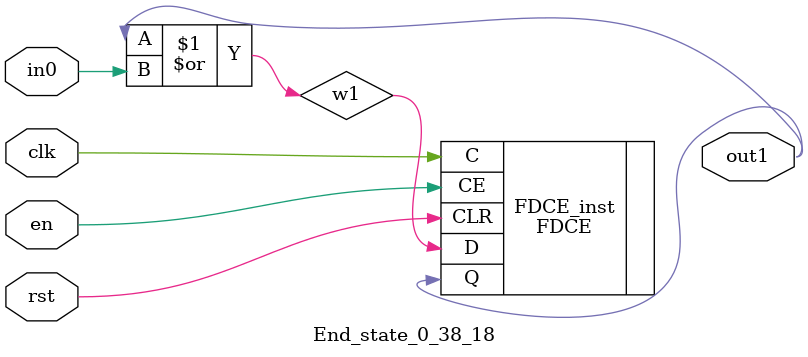
<source format=v>
module engine_0_38(out,clk,sod,en, in_0, in_1, in_4, in_5, in_8, in_12, in_13, in_15, in_16, in_17, in_18, in_19, in_29, in_30);
//pcre: /^Delta\s+Source\s+\d+\x2E\d+/smi
//block char: ^[9], \x20[8], O[0], L[0], S[0], \x2E[8], \d[5], a[0], r[0], e[0], c[0], d[0], u[0], t[0], 

	input clk,sod,en;

	input in_0, in_1, in_4, in_5, in_8, in_12, in_13, in_15, in_16, in_17, in_18, in_19, in_29, in_30;
	output out;

	assign w0 = 1'b1;
	state_0_38_1 BlockState_0_38_1 (w1,in_0,clk,en,sod,w0);
	state_0_38_2 BlockState_0_38_2 (w2,in_19,clk,en,sod,w1);
	state_0_38_3 BlockState_0_38_3 (w3,in_17,clk,en,sod,w2);
	state_0_38_4 BlockState_0_38_4 (w4,in_5,clk,en,sod,w3);
	state_0_38_5 BlockState_0_38_5 (w5,in_30,clk,en,sod,w4);
	state_0_38_6 BlockState_0_38_6 (w6,in_15,clk,en,sod,w5);
	state_0_38_7 BlockState_0_38_7 (w7,in_1,clk,en,sod,w7,w6);
	state_0_38_8 BlockState_0_38_8 (w8,in_8,clk,en,sod,w7);
	state_0_38_9 BlockState_0_38_9 (w9,in_4,clk,en,sod,w8);
	state_0_38_10 BlockState_0_38_10 (w10,in_29,clk,en,sod,w9);
	state_0_38_11 BlockState_0_38_11 (w11,in_16,clk,en,sod,w10);
	state_0_38_12 BlockState_0_38_12 (w12,in_18,clk,en,sod,w11);
	state_0_38_13 BlockState_0_38_13 (w13,in_17,clk,en,sod,w12);
	state_0_38_14 BlockState_0_38_14 (w14,in_1,clk,en,sod,w14,w13);
	state_0_38_15 BlockState_0_38_15 (w15,in_13,clk,en,sod,w15,w14);
	state_0_38_16 BlockState_0_38_16 (w16,in_12,clk,en,sod,w15);
	state_0_38_17 BlockState_0_38_17 (w17,in_13,clk,en,sod,w17,w16);
	End_state_0_38_18 BlockState_0_38_18 (out,clk,en,sod,w17);
endmodule

module state_0_38_1(out1,in_char,clk,en,rst,in0);
	input in_char,clk,en,rst,in0;
	output out1;
	wire w1,w2;
	assign w1 = in0; 
	and(w2,in_char,w1);
	FDCE #(.INIT(1'b0)) FDCE_inst (
		.Q(out1),
		.C(clk),
		.CE(en),
		.CLR(rst),
		.D(w2)
);
endmodule

module state_0_38_2(out1,in_char,clk,en,rst,in0);
	input in_char,clk,en,rst,in0;
	output out1;
	wire w1,w2;
	assign w1 = in0; 
	and(w2,in_char,w1);
	FDCE #(.INIT(1'b0)) FDCE_inst (
		.Q(out1),
		.C(clk),
		.CE(en),
		.CLR(rst),
		.D(w2)
);
endmodule

module state_0_38_3(out1,in_char,clk,en,rst,in0);
	input in_char,clk,en,rst,in0;
	output out1;
	wire w1,w2;
	assign w1 = in0; 
	and(w2,in_char,w1);
	FDCE #(.INIT(1'b0)) FDCE_inst (
		.Q(out1),
		.C(clk),
		.CE(en),
		.CLR(rst),
		.D(w2)
);
endmodule

module state_0_38_4(out1,in_char,clk,en,rst,in0);
	input in_char,clk,en,rst,in0;
	output out1;
	wire w1,w2;
	assign w1 = in0; 
	and(w2,in_char,w1);
	FDCE #(.INIT(1'b0)) FDCE_inst (
		.Q(out1),
		.C(clk),
		.CE(en),
		.CLR(rst),
		.D(w2)
);
endmodule

module state_0_38_5(out1,in_char,clk,en,rst,in0);
	input in_char,clk,en,rst,in0;
	output out1;
	wire w1,w2;
	assign w1 = in0; 
	and(w2,in_char,w1);
	FDCE #(.INIT(1'b0)) FDCE_inst (
		.Q(out1),
		.C(clk),
		.CE(en),
		.CLR(rst),
		.D(w2)
);
endmodule

module state_0_38_6(out1,in_char,clk,en,rst,in0);
	input in_char,clk,en,rst,in0;
	output out1;
	wire w1,w2;
	assign w1 = in0; 
	and(w2,in_char,w1);
	FDCE #(.INIT(1'b0)) FDCE_inst (
		.Q(out1),
		.C(clk),
		.CE(en),
		.CLR(rst),
		.D(w2)
);
endmodule

module state_0_38_7(out1,in_char,clk,en,rst,in0,in1);
	input in_char,clk,en,rst,in0,in1;
	output out1;
	wire w1,w2;
	or(w1,in0,in1);
	and(w2,in_char,w1);
	FDCE #(.INIT(1'b0)) FDCE_inst (
		.Q(out1),
		.C(clk),
		.CE(en),
		.CLR(rst),
		.D(w2)
);
endmodule

module state_0_38_8(out1,in_char,clk,en,rst,in0);
	input in_char,clk,en,rst,in0;
	output out1;
	wire w1,w2;
	assign w1 = in0; 
	and(w2,in_char,w1);
	FDCE #(.INIT(1'b0)) FDCE_inst (
		.Q(out1),
		.C(clk),
		.CE(en),
		.CLR(rst),
		.D(w2)
);
endmodule

module state_0_38_9(out1,in_char,clk,en,rst,in0);
	input in_char,clk,en,rst,in0;
	output out1;
	wire w1,w2;
	assign w1 = in0; 
	and(w2,in_char,w1);
	FDCE #(.INIT(1'b0)) FDCE_inst (
		.Q(out1),
		.C(clk),
		.CE(en),
		.CLR(rst),
		.D(w2)
);
endmodule

module state_0_38_10(out1,in_char,clk,en,rst,in0);
	input in_char,clk,en,rst,in0;
	output out1;
	wire w1,w2;
	assign w1 = in0; 
	and(w2,in_char,w1);
	FDCE #(.INIT(1'b0)) FDCE_inst (
		.Q(out1),
		.C(clk),
		.CE(en),
		.CLR(rst),
		.D(w2)
);
endmodule

module state_0_38_11(out1,in_char,clk,en,rst,in0);
	input in_char,clk,en,rst,in0;
	output out1;
	wire w1,w2;
	assign w1 = in0; 
	and(w2,in_char,w1);
	FDCE #(.INIT(1'b0)) FDCE_inst (
		.Q(out1),
		.C(clk),
		.CE(en),
		.CLR(rst),
		.D(w2)
);
endmodule

module state_0_38_12(out1,in_char,clk,en,rst,in0);
	input in_char,clk,en,rst,in0;
	output out1;
	wire w1,w2;
	assign w1 = in0; 
	and(w2,in_char,w1);
	FDCE #(.INIT(1'b0)) FDCE_inst (
		.Q(out1),
		.C(clk),
		.CE(en),
		.CLR(rst),
		.D(w2)
);
endmodule

module state_0_38_13(out1,in_char,clk,en,rst,in0);
	input in_char,clk,en,rst,in0;
	output out1;
	wire w1,w2;
	assign w1 = in0; 
	and(w2,in_char,w1);
	FDCE #(.INIT(1'b0)) FDCE_inst (
		.Q(out1),
		.C(clk),
		.CE(en),
		.CLR(rst),
		.D(w2)
);
endmodule

module state_0_38_14(out1,in_char,clk,en,rst,in0,in1);
	input in_char,clk,en,rst,in0,in1;
	output out1;
	wire w1,w2;
	or(w1,in0,in1);
	and(w2,in_char,w1);
	FDCE #(.INIT(1'b0)) FDCE_inst (
		.Q(out1),
		.C(clk),
		.CE(en),
		.CLR(rst),
		.D(w2)
);
endmodule

module state_0_38_15(out1,in_char,clk,en,rst,in0,in1);
	input in_char,clk,en,rst,in0,in1;
	output out1;
	wire w1,w2;
	or(w1,in0,in1);
	and(w2,in_char,w1);
	FDCE #(.INIT(1'b0)) FDCE_inst (
		.Q(out1),
		.C(clk),
		.CE(en),
		.CLR(rst),
		.D(w2)
);
endmodule

module state_0_38_16(out1,in_char,clk,en,rst,in0);
	input in_char,clk,en,rst,in0;
	output out1;
	wire w1,w2;
	assign w1 = in0; 
	and(w2,in_char,w1);
	FDCE #(.INIT(1'b0)) FDCE_inst (
		.Q(out1),
		.C(clk),
		.CE(en),
		.CLR(rst),
		.D(w2)
);
endmodule

module state_0_38_17(out1,in_char,clk,en,rst,in0,in1);
	input in_char,clk,en,rst,in0,in1;
	output out1;
	wire w1,w2;
	or(w1,in0,in1);
	and(w2,in_char,w1);
	FDCE #(.INIT(1'b0)) FDCE_inst (
		.Q(out1),
		.C(clk),
		.CE(en),
		.CLR(rst),
		.D(w2)
);
endmodule

module End_state_0_38_18(out1,clk,en,rst,in0);
	input clk,rst,en,in0;
	output out1;
	wire w1;
	or(w1,out1,in0);
	FDCE #(.INIT(1'b0)) FDCE_inst (
		.Q(out1),
		.C(clk),
		.CE(en),
		.CLR(rst),
		.D(w1)
);
endmodule


</source>
